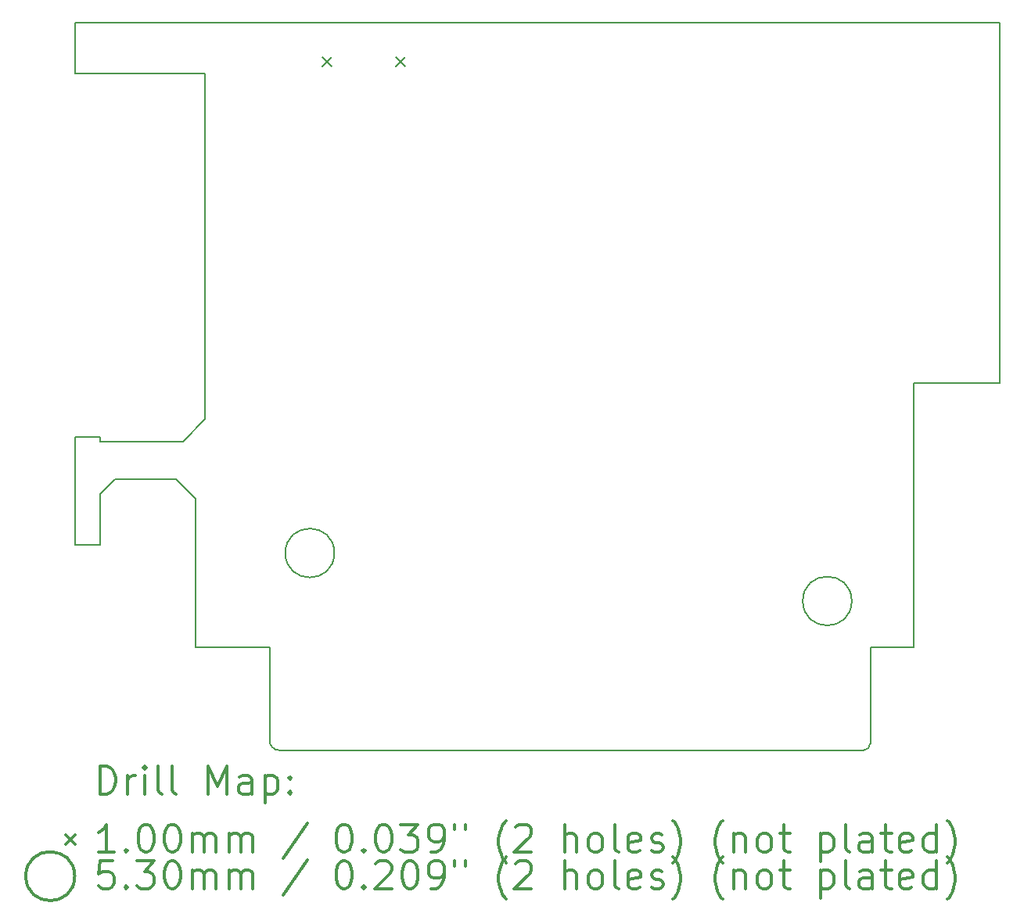
<source format=gbr>
%FSLAX45Y45*%
G04 Gerber Fmt 4.5, Leading zero omitted, Abs format (unit mm)*
G04 Created by KiCad (PCBNEW 4.0.4-stable) date 01/09/17 01:48:18*
%MOMM*%
%LPD*%
G01*
G04 APERTURE LIST*
%ADD10C,0.127000*%
%ADD11C,0.150000*%
%ADD12C,0.200000*%
%ADD13C,0.300000*%
G04 APERTURE END LIST*
D10*
D11*
X17907000Y-11379200D02*
G75*
G03X17983200Y-11303000I0J76200D01*
G01*
X11480800Y-11269980D02*
G75*
G03X11584940Y-11379200I106680J-2540D01*
G01*
X10782300Y-7795260D02*
X10543540Y-8036560D01*
X10678160Y-8656320D02*
X10678160Y-8658860D01*
X10464800Y-8442960D02*
X10678100Y-8656320D01*
X9644380Y-8608060D02*
X9806940Y-8442960D01*
X10678100Y-8656320D02*
X10678100Y-10261600D01*
X9806940Y-8442960D02*
X10464800Y-8442960D01*
X9644380Y-9156700D02*
X9644380Y-8608060D01*
X18450560Y-7399020D02*
X19380200Y-7399020D01*
X18450560Y-10261600D02*
X18450560Y-7399020D01*
X9380500Y-4051300D02*
X9380500Y-3500000D01*
X10782300Y-4051300D02*
X9380500Y-4051300D01*
X9380500Y-9156700D02*
X9644380Y-9156700D01*
X9380500Y-7988300D02*
X9380500Y-9156700D01*
X9644380Y-8036560D02*
X10543540Y-8036560D01*
X9644380Y-7988300D02*
X9644380Y-8036560D01*
X9380500Y-7988300D02*
X9644380Y-7988300D01*
X10782300Y-4051300D02*
X10782300Y-7795260D01*
X19380200Y-3500000D02*
X9380500Y-3500000D01*
X19380200Y-7399020D02*
X19380200Y-3500000D01*
X17983200Y-10261600D02*
X18450560Y-10261600D01*
X17983200Y-11303000D02*
X17983200Y-10261600D01*
X11607800Y-11379200D02*
X17907000Y-11379200D01*
X11584940Y-11379200D02*
X11607800Y-11379200D01*
X11480800Y-10261600D02*
X11480800Y-11269900D01*
X10678100Y-10261600D02*
X11480800Y-10261600D01*
D12*
X12052900Y-3874300D02*
X12152900Y-3974300D01*
X12152900Y-3874300D02*
X12052900Y-3974300D01*
X12850900Y-3874300D02*
X12950900Y-3974300D01*
X12950900Y-3874300D02*
X12850900Y-3974300D01*
X12182426Y-9242552D02*
G75*
G03X12182426Y-9242552I-265000J0D01*
G01*
X17782364Y-9762744D02*
G75*
G03X17782364Y-9762744I-265000J0D01*
G01*
D13*
X9644429Y-11852414D02*
X9644429Y-11552414D01*
X9715857Y-11552414D01*
X9758714Y-11566700D01*
X9787286Y-11595271D01*
X9801571Y-11623843D01*
X9815857Y-11680986D01*
X9815857Y-11723843D01*
X9801571Y-11780986D01*
X9787286Y-11809557D01*
X9758714Y-11838129D01*
X9715857Y-11852414D01*
X9644429Y-11852414D01*
X9944429Y-11852414D02*
X9944429Y-11652414D01*
X9944429Y-11709557D02*
X9958714Y-11680986D01*
X9973000Y-11666700D01*
X10001571Y-11652414D01*
X10030143Y-11652414D01*
X10130143Y-11852414D02*
X10130143Y-11652414D01*
X10130143Y-11552414D02*
X10115857Y-11566700D01*
X10130143Y-11580986D01*
X10144429Y-11566700D01*
X10130143Y-11552414D01*
X10130143Y-11580986D01*
X10315857Y-11852414D02*
X10287286Y-11838129D01*
X10273000Y-11809557D01*
X10273000Y-11552414D01*
X10473000Y-11852414D02*
X10444429Y-11838129D01*
X10430143Y-11809557D01*
X10430143Y-11552414D01*
X10815857Y-11852414D02*
X10815857Y-11552414D01*
X10915857Y-11766700D01*
X11015857Y-11552414D01*
X11015857Y-11852414D01*
X11287286Y-11852414D02*
X11287286Y-11695271D01*
X11273000Y-11666700D01*
X11244428Y-11652414D01*
X11187286Y-11652414D01*
X11158714Y-11666700D01*
X11287286Y-11838129D02*
X11258714Y-11852414D01*
X11187286Y-11852414D01*
X11158714Y-11838129D01*
X11144429Y-11809557D01*
X11144429Y-11780986D01*
X11158714Y-11752414D01*
X11187286Y-11738129D01*
X11258714Y-11738129D01*
X11287286Y-11723843D01*
X11430143Y-11652414D02*
X11430143Y-11952414D01*
X11430143Y-11666700D02*
X11458714Y-11652414D01*
X11515857Y-11652414D01*
X11544428Y-11666700D01*
X11558714Y-11680986D01*
X11573000Y-11709557D01*
X11573000Y-11795271D01*
X11558714Y-11823843D01*
X11544428Y-11838129D01*
X11515857Y-11852414D01*
X11458714Y-11852414D01*
X11430143Y-11838129D01*
X11701571Y-11823843D02*
X11715857Y-11838129D01*
X11701571Y-11852414D01*
X11687286Y-11838129D01*
X11701571Y-11823843D01*
X11701571Y-11852414D01*
X11701571Y-11666700D02*
X11715857Y-11680986D01*
X11701571Y-11695271D01*
X11687286Y-11680986D01*
X11701571Y-11666700D01*
X11701571Y-11695271D01*
X9273000Y-12296700D02*
X9373000Y-12396700D01*
X9373000Y-12296700D02*
X9273000Y-12396700D01*
X9801571Y-12482414D02*
X9630143Y-12482414D01*
X9715857Y-12482414D02*
X9715857Y-12182414D01*
X9687286Y-12225271D01*
X9658714Y-12253843D01*
X9630143Y-12268129D01*
X9930143Y-12453843D02*
X9944429Y-12468129D01*
X9930143Y-12482414D01*
X9915857Y-12468129D01*
X9930143Y-12453843D01*
X9930143Y-12482414D01*
X10130143Y-12182414D02*
X10158714Y-12182414D01*
X10187286Y-12196700D01*
X10201571Y-12210986D01*
X10215857Y-12239557D01*
X10230143Y-12296700D01*
X10230143Y-12368129D01*
X10215857Y-12425271D01*
X10201571Y-12453843D01*
X10187286Y-12468129D01*
X10158714Y-12482414D01*
X10130143Y-12482414D01*
X10101571Y-12468129D01*
X10087286Y-12453843D01*
X10073000Y-12425271D01*
X10058714Y-12368129D01*
X10058714Y-12296700D01*
X10073000Y-12239557D01*
X10087286Y-12210986D01*
X10101571Y-12196700D01*
X10130143Y-12182414D01*
X10415857Y-12182414D02*
X10444429Y-12182414D01*
X10473000Y-12196700D01*
X10487286Y-12210986D01*
X10501571Y-12239557D01*
X10515857Y-12296700D01*
X10515857Y-12368129D01*
X10501571Y-12425271D01*
X10487286Y-12453843D01*
X10473000Y-12468129D01*
X10444429Y-12482414D01*
X10415857Y-12482414D01*
X10387286Y-12468129D01*
X10373000Y-12453843D01*
X10358714Y-12425271D01*
X10344429Y-12368129D01*
X10344429Y-12296700D01*
X10358714Y-12239557D01*
X10373000Y-12210986D01*
X10387286Y-12196700D01*
X10415857Y-12182414D01*
X10644429Y-12482414D02*
X10644429Y-12282414D01*
X10644429Y-12310986D02*
X10658714Y-12296700D01*
X10687286Y-12282414D01*
X10730143Y-12282414D01*
X10758714Y-12296700D01*
X10773000Y-12325271D01*
X10773000Y-12482414D01*
X10773000Y-12325271D02*
X10787286Y-12296700D01*
X10815857Y-12282414D01*
X10858714Y-12282414D01*
X10887286Y-12296700D01*
X10901571Y-12325271D01*
X10901571Y-12482414D01*
X11044429Y-12482414D02*
X11044429Y-12282414D01*
X11044429Y-12310986D02*
X11058714Y-12296700D01*
X11087286Y-12282414D01*
X11130143Y-12282414D01*
X11158714Y-12296700D01*
X11173000Y-12325271D01*
X11173000Y-12482414D01*
X11173000Y-12325271D02*
X11187286Y-12296700D01*
X11215857Y-12282414D01*
X11258714Y-12282414D01*
X11287286Y-12296700D01*
X11301571Y-12325271D01*
X11301571Y-12482414D01*
X11887286Y-12168129D02*
X11630143Y-12553843D01*
X12273000Y-12182414D02*
X12301571Y-12182414D01*
X12330143Y-12196700D01*
X12344428Y-12210986D01*
X12358714Y-12239557D01*
X12373000Y-12296700D01*
X12373000Y-12368129D01*
X12358714Y-12425271D01*
X12344428Y-12453843D01*
X12330143Y-12468129D01*
X12301571Y-12482414D01*
X12273000Y-12482414D01*
X12244428Y-12468129D01*
X12230143Y-12453843D01*
X12215857Y-12425271D01*
X12201571Y-12368129D01*
X12201571Y-12296700D01*
X12215857Y-12239557D01*
X12230143Y-12210986D01*
X12244428Y-12196700D01*
X12273000Y-12182414D01*
X12501571Y-12453843D02*
X12515857Y-12468129D01*
X12501571Y-12482414D01*
X12487286Y-12468129D01*
X12501571Y-12453843D01*
X12501571Y-12482414D01*
X12701571Y-12182414D02*
X12730143Y-12182414D01*
X12758714Y-12196700D01*
X12773000Y-12210986D01*
X12787285Y-12239557D01*
X12801571Y-12296700D01*
X12801571Y-12368129D01*
X12787285Y-12425271D01*
X12773000Y-12453843D01*
X12758714Y-12468129D01*
X12730143Y-12482414D01*
X12701571Y-12482414D01*
X12673000Y-12468129D01*
X12658714Y-12453843D01*
X12644428Y-12425271D01*
X12630143Y-12368129D01*
X12630143Y-12296700D01*
X12644428Y-12239557D01*
X12658714Y-12210986D01*
X12673000Y-12196700D01*
X12701571Y-12182414D01*
X12901571Y-12182414D02*
X13087285Y-12182414D01*
X12987285Y-12296700D01*
X13030143Y-12296700D01*
X13058714Y-12310986D01*
X13073000Y-12325271D01*
X13087285Y-12353843D01*
X13087285Y-12425271D01*
X13073000Y-12453843D01*
X13058714Y-12468129D01*
X13030143Y-12482414D01*
X12944428Y-12482414D01*
X12915857Y-12468129D01*
X12901571Y-12453843D01*
X13230143Y-12482414D02*
X13287285Y-12482414D01*
X13315857Y-12468129D01*
X13330143Y-12453843D01*
X13358714Y-12410986D01*
X13373000Y-12353843D01*
X13373000Y-12239557D01*
X13358714Y-12210986D01*
X13344428Y-12196700D01*
X13315857Y-12182414D01*
X13258714Y-12182414D01*
X13230143Y-12196700D01*
X13215857Y-12210986D01*
X13201571Y-12239557D01*
X13201571Y-12310986D01*
X13215857Y-12339557D01*
X13230143Y-12353843D01*
X13258714Y-12368129D01*
X13315857Y-12368129D01*
X13344428Y-12353843D01*
X13358714Y-12339557D01*
X13373000Y-12310986D01*
X13487286Y-12182414D02*
X13487286Y-12239557D01*
X13601571Y-12182414D02*
X13601571Y-12239557D01*
X14044428Y-12596700D02*
X14030143Y-12582414D01*
X14001571Y-12539557D01*
X13987285Y-12510986D01*
X13973000Y-12468129D01*
X13958714Y-12396700D01*
X13958714Y-12339557D01*
X13973000Y-12268129D01*
X13987285Y-12225271D01*
X14001571Y-12196700D01*
X14030143Y-12153843D01*
X14044428Y-12139557D01*
X14144428Y-12210986D02*
X14158714Y-12196700D01*
X14187285Y-12182414D01*
X14258714Y-12182414D01*
X14287285Y-12196700D01*
X14301571Y-12210986D01*
X14315857Y-12239557D01*
X14315857Y-12268129D01*
X14301571Y-12310986D01*
X14130143Y-12482414D01*
X14315857Y-12482414D01*
X14673000Y-12482414D02*
X14673000Y-12182414D01*
X14801571Y-12482414D02*
X14801571Y-12325271D01*
X14787285Y-12296700D01*
X14758714Y-12282414D01*
X14715857Y-12282414D01*
X14687285Y-12296700D01*
X14673000Y-12310986D01*
X14987285Y-12482414D02*
X14958714Y-12468129D01*
X14944428Y-12453843D01*
X14930143Y-12425271D01*
X14930143Y-12339557D01*
X14944428Y-12310986D01*
X14958714Y-12296700D01*
X14987285Y-12282414D01*
X15030143Y-12282414D01*
X15058714Y-12296700D01*
X15073000Y-12310986D01*
X15087285Y-12339557D01*
X15087285Y-12425271D01*
X15073000Y-12453843D01*
X15058714Y-12468129D01*
X15030143Y-12482414D01*
X14987285Y-12482414D01*
X15258714Y-12482414D02*
X15230143Y-12468129D01*
X15215857Y-12439557D01*
X15215857Y-12182414D01*
X15487286Y-12468129D02*
X15458714Y-12482414D01*
X15401571Y-12482414D01*
X15373000Y-12468129D01*
X15358714Y-12439557D01*
X15358714Y-12325271D01*
X15373000Y-12296700D01*
X15401571Y-12282414D01*
X15458714Y-12282414D01*
X15487286Y-12296700D01*
X15501571Y-12325271D01*
X15501571Y-12353843D01*
X15358714Y-12382414D01*
X15615857Y-12468129D02*
X15644428Y-12482414D01*
X15701571Y-12482414D01*
X15730143Y-12468129D01*
X15744428Y-12439557D01*
X15744428Y-12425271D01*
X15730143Y-12396700D01*
X15701571Y-12382414D01*
X15658714Y-12382414D01*
X15630143Y-12368129D01*
X15615857Y-12339557D01*
X15615857Y-12325271D01*
X15630143Y-12296700D01*
X15658714Y-12282414D01*
X15701571Y-12282414D01*
X15730143Y-12296700D01*
X15844428Y-12596700D02*
X15858714Y-12582414D01*
X15887286Y-12539557D01*
X15901571Y-12510986D01*
X15915857Y-12468129D01*
X15930143Y-12396700D01*
X15930143Y-12339557D01*
X15915857Y-12268129D01*
X15901571Y-12225271D01*
X15887286Y-12196700D01*
X15858714Y-12153843D01*
X15844428Y-12139557D01*
X16387286Y-12596700D02*
X16373000Y-12582414D01*
X16344428Y-12539557D01*
X16330143Y-12510986D01*
X16315857Y-12468129D01*
X16301571Y-12396700D01*
X16301571Y-12339557D01*
X16315857Y-12268129D01*
X16330143Y-12225271D01*
X16344428Y-12196700D01*
X16373000Y-12153843D01*
X16387286Y-12139557D01*
X16501571Y-12282414D02*
X16501571Y-12482414D01*
X16501571Y-12310986D02*
X16515857Y-12296700D01*
X16544428Y-12282414D01*
X16587286Y-12282414D01*
X16615857Y-12296700D01*
X16630143Y-12325271D01*
X16630143Y-12482414D01*
X16815857Y-12482414D02*
X16787286Y-12468129D01*
X16773000Y-12453843D01*
X16758714Y-12425271D01*
X16758714Y-12339557D01*
X16773000Y-12310986D01*
X16787286Y-12296700D01*
X16815857Y-12282414D01*
X16858714Y-12282414D01*
X16887286Y-12296700D01*
X16901571Y-12310986D01*
X16915857Y-12339557D01*
X16915857Y-12425271D01*
X16901571Y-12453843D01*
X16887286Y-12468129D01*
X16858714Y-12482414D01*
X16815857Y-12482414D01*
X17001571Y-12282414D02*
X17115857Y-12282414D01*
X17044429Y-12182414D02*
X17044429Y-12439557D01*
X17058714Y-12468129D01*
X17087286Y-12482414D01*
X17115857Y-12482414D01*
X17444429Y-12282414D02*
X17444429Y-12582414D01*
X17444429Y-12296700D02*
X17473000Y-12282414D01*
X17530143Y-12282414D01*
X17558714Y-12296700D01*
X17573000Y-12310986D01*
X17587286Y-12339557D01*
X17587286Y-12425271D01*
X17573000Y-12453843D01*
X17558714Y-12468129D01*
X17530143Y-12482414D01*
X17473000Y-12482414D01*
X17444429Y-12468129D01*
X17758714Y-12482414D02*
X17730143Y-12468129D01*
X17715857Y-12439557D01*
X17715857Y-12182414D01*
X18001571Y-12482414D02*
X18001571Y-12325271D01*
X17987286Y-12296700D01*
X17958714Y-12282414D01*
X17901571Y-12282414D01*
X17873000Y-12296700D01*
X18001571Y-12468129D02*
X17973000Y-12482414D01*
X17901571Y-12482414D01*
X17873000Y-12468129D01*
X17858714Y-12439557D01*
X17858714Y-12410986D01*
X17873000Y-12382414D01*
X17901571Y-12368129D01*
X17973000Y-12368129D01*
X18001571Y-12353843D01*
X18101571Y-12282414D02*
X18215857Y-12282414D01*
X18144429Y-12182414D02*
X18144429Y-12439557D01*
X18158714Y-12468129D01*
X18187286Y-12482414D01*
X18215857Y-12482414D01*
X18430143Y-12468129D02*
X18401572Y-12482414D01*
X18344429Y-12482414D01*
X18315857Y-12468129D01*
X18301572Y-12439557D01*
X18301572Y-12325271D01*
X18315857Y-12296700D01*
X18344429Y-12282414D01*
X18401572Y-12282414D01*
X18430143Y-12296700D01*
X18444429Y-12325271D01*
X18444429Y-12353843D01*
X18301572Y-12382414D01*
X18701572Y-12482414D02*
X18701572Y-12182414D01*
X18701572Y-12468129D02*
X18673000Y-12482414D01*
X18615857Y-12482414D01*
X18587286Y-12468129D01*
X18573000Y-12453843D01*
X18558714Y-12425271D01*
X18558714Y-12339557D01*
X18573000Y-12310986D01*
X18587286Y-12296700D01*
X18615857Y-12282414D01*
X18673000Y-12282414D01*
X18701572Y-12296700D01*
X18815857Y-12596700D02*
X18830143Y-12582414D01*
X18858714Y-12539557D01*
X18873000Y-12510986D01*
X18887286Y-12468129D01*
X18901572Y-12396700D01*
X18901572Y-12339557D01*
X18887286Y-12268129D01*
X18873000Y-12225271D01*
X18858714Y-12196700D01*
X18830143Y-12153843D01*
X18815857Y-12139557D01*
X9373000Y-12742700D02*
G75*
G03X9373000Y-12742700I-265000J0D01*
G01*
X9787286Y-12578414D02*
X9644429Y-12578414D01*
X9630143Y-12721271D01*
X9644429Y-12706986D01*
X9673000Y-12692700D01*
X9744429Y-12692700D01*
X9773000Y-12706986D01*
X9787286Y-12721271D01*
X9801571Y-12749843D01*
X9801571Y-12821271D01*
X9787286Y-12849843D01*
X9773000Y-12864129D01*
X9744429Y-12878414D01*
X9673000Y-12878414D01*
X9644429Y-12864129D01*
X9630143Y-12849843D01*
X9930143Y-12849843D02*
X9944429Y-12864129D01*
X9930143Y-12878414D01*
X9915857Y-12864129D01*
X9930143Y-12849843D01*
X9930143Y-12878414D01*
X10044428Y-12578414D02*
X10230143Y-12578414D01*
X10130143Y-12692700D01*
X10173000Y-12692700D01*
X10201571Y-12706986D01*
X10215857Y-12721271D01*
X10230143Y-12749843D01*
X10230143Y-12821271D01*
X10215857Y-12849843D01*
X10201571Y-12864129D01*
X10173000Y-12878414D01*
X10087286Y-12878414D01*
X10058714Y-12864129D01*
X10044428Y-12849843D01*
X10415857Y-12578414D02*
X10444429Y-12578414D01*
X10473000Y-12592700D01*
X10487286Y-12606986D01*
X10501571Y-12635557D01*
X10515857Y-12692700D01*
X10515857Y-12764129D01*
X10501571Y-12821271D01*
X10487286Y-12849843D01*
X10473000Y-12864129D01*
X10444429Y-12878414D01*
X10415857Y-12878414D01*
X10387286Y-12864129D01*
X10373000Y-12849843D01*
X10358714Y-12821271D01*
X10344429Y-12764129D01*
X10344429Y-12692700D01*
X10358714Y-12635557D01*
X10373000Y-12606986D01*
X10387286Y-12592700D01*
X10415857Y-12578414D01*
X10644429Y-12878414D02*
X10644429Y-12678414D01*
X10644429Y-12706986D02*
X10658714Y-12692700D01*
X10687286Y-12678414D01*
X10730143Y-12678414D01*
X10758714Y-12692700D01*
X10773000Y-12721271D01*
X10773000Y-12878414D01*
X10773000Y-12721271D02*
X10787286Y-12692700D01*
X10815857Y-12678414D01*
X10858714Y-12678414D01*
X10887286Y-12692700D01*
X10901571Y-12721271D01*
X10901571Y-12878414D01*
X11044429Y-12878414D02*
X11044429Y-12678414D01*
X11044429Y-12706986D02*
X11058714Y-12692700D01*
X11087286Y-12678414D01*
X11130143Y-12678414D01*
X11158714Y-12692700D01*
X11173000Y-12721271D01*
X11173000Y-12878414D01*
X11173000Y-12721271D02*
X11187286Y-12692700D01*
X11215857Y-12678414D01*
X11258714Y-12678414D01*
X11287286Y-12692700D01*
X11301571Y-12721271D01*
X11301571Y-12878414D01*
X11887286Y-12564129D02*
X11630143Y-12949843D01*
X12273000Y-12578414D02*
X12301571Y-12578414D01*
X12330143Y-12592700D01*
X12344428Y-12606986D01*
X12358714Y-12635557D01*
X12373000Y-12692700D01*
X12373000Y-12764129D01*
X12358714Y-12821271D01*
X12344428Y-12849843D01*
X12330143Y-12864129D01*
X12301571Y-12878414D01*
X12273000Y-12878414D01*
X12244428Y-12864129D01*
X12230143Y-12849843D01*
X12215857Y-12821271D01*
X12201571Y-12764129D01*
X12201571Y-12692700D01*
X12215857Y-12635557D01*
X12230143Y-12606986D01*
X12244428Y-12592700D01*
X12273000Y-12578414D01*
X12501571Y-12849843D02*
X12515857Y-12864129D01*
X12501571Y-12878414D01*
X12487286Y-12864129D01*
X12501571Y-12849843D01*
X12501571Y-12878414D01*
X12630143Y-12606986D02*
X12644428Y-12592700D01*
X12673000Y-12578414D01*
X12744428Y-12578414D01*
X12773000Y-12592700D01*
X12787285Y-12606986D01*
X12801571Y-12635557D01*
X12801571Y-12664129D01*
X12787285Y-12706986D01*
X12615857Y-12878414D01*
X12801571Y-12878414D01*
X12987285Y-12578414D02*
X13015857Y-12578414D01*
X13044428Y-12592700D01*
X13058714Y-12606986D01*
X13073000Y-12635557D01*
X13087285Y-12692700D01*
X13087285Y-12764129D01*
X13073000Y-12821271D01*
X13058714Y-12849843D01*
X13044428Y-12864129D01*
X13015857Y-12878414D01*
X12987285Y-12878414D01*
X12958714Y-12864129D01*
X12944428Y-12849843D01*
X12930143Y-12821271D01*
X12915857Y-12764129D01*
X12915857Y-12692700D01*
X12930143Y-12635557D01*
X12944428Y-12606986D01*
X12958714Y-12592700D01*
X12987285Y-12578414D01*
X13230143Y-12878414D02*
X13287285Y-12878414D01*
X13315857Y-12864129D01*
X13330143Y-12849843D01*
X13358714Y-12806986D01*
X13373000Y-12749843D01*
X13373000Y-12635557D01*
X13358714Y-12606986D01*
X13344428Y-12592700D01*
X13315857Y-12578414D01*
X13258714Y-12578414D01*
X13230143Y-12592700D01*
X13215857Y-12606986D01*
X13201571Y-12635557D01*
X13201571Y-12706986D01*
X13215857Y-12735557D01*
X13230143Y-12749843D01*
X13258714Y-12764129D01*
X13315857Y-12764129D01*
X13344428Y-12749843D01*
X13358714Y-12735557D01*
X13373000Y-12706986D01*
X13487286Y-12578414D02*
X13487286Y-12635557D01*
X13601571Y-12578414D02*
X13601571Y-12635557D01*
X14044428Y-12992700D02*
X14030143Y-12978414D01*
X14001571Y-12935557D01*
X13987285Y-12906986D01*
X13973000Y-12864129D01*
X13958714Y-12792700D01*
X13958714Y-12735557D01*
X13973000Y-12664129D01*
X13987285Y-12621271D01*
X14001571Y-12592700D01*
X14030143Y-12549843D01*
X14044428Y-12535557D01*
X14144428Y-12606986D02*
X14158714Y-12592700D01*
X14187285Y-12578414D01*
X14258714Y-12578414D01*
X14287285Y-12592700D01*
X14301571Y-12606986D01*
X14315857Y-12635557D01*
X14315857Y-12664129D01*
X14301571Y-12706986D01*
X14130143Y-12878414D01*
X14315857Y-12878414D01*
X14673000Y-12878414D02*
X14673000Y-12578414D01*
X14801571Y-12878414D02*
X14801571Y-12721271D01*
X14787285Y-12692700D01*
X14758714Y-12678414D01*
X14715857Y-12678414D01*
X14687285Y-12692700D01*
X14673000Y-12706986D01*
X14987285Y-12878414D02*
X14958714Y-12864129D01*
X14944428Y-12849843D01*
X14930143Y-12821271D01*
X14930143Y-12735557D01*
X14944428Y-12706986D01*
X14958714Y-12692700D01*
X14987285Y-12678414D01*
X15030143Y-12678414D01*
X15058714Y-12692700D01*
X15073000Y-12706986D01*
X15087285Y-12735557D01*
X15087285Y-12821271D01*
X15073000Y-12849843D01*
X15058714Y-12864129D01*
X15030143Y-12878414D01*
X14987285Y-12878414D01*
X15258714Y-12878414D02*
X15230143Y-12864129D01*
X15215857Y-12835557D01*
X15215857Y-12578414D01*
X15487286Y-12864129D02*
X15458714Y-12878414D01*
X15401571Y-12878414D01*
X15373000Y-12864129D01*
X15358714Y-12835557D01*
X15358714Y-12721271D01*
X15373000Y-12692700D01*
X15401571Y-12678414D01*
X15458714Y-12678414D01*
X15487286Y-12692700D01*
X15501571Y-12721271D01*
X15501571Y-12749843D01*
X15358714Y-12778414D01*
X15615857Y-12864129D02*
X15644428Y-12878414D01*
X15701571Y-12878414D01*
X15730143Y-12864129D01*
X15744428Y-12835557D01*
X15744428Y-12821271D01*
X15730143Y-12792700D01*
X15701571Y-12778414D01*
X15658714Y-12778414D01*
X15630143Y-12764129D01*
X15615857Y-12735557D01*
X15615857Y-12721271D01*
X15630143Y-12692700D01*
X15658714Y-12678414D01*
X15701571Y-12678414D01*
X15730143Y-12692700D01*
X15844428Y-12992700D02*
X15858714Y-12978414D01*
X15887286Y-12935557D01*
X15901571Y-12906986D01*
X15915857Y-12864129D01*
X15930143Y-12792700D01*
X15930143Y-12735557D01*
X15915857Y-12664129D01*
X15901571Y-12621271D01*
X15887286Y-12592700D01*
X15858714Y-12549843D01*
X15844428Y-12535557D01*
X16387286Y-12992700D02*
X16373000Y-12978414D01*
X16344428Y-12935557D01*
X16330143Y-12906986D01*
X16315857Y-12864129D01*
X16301571Y-12792700D01*
X16301571Y-12735557D01*
X16315857Y-12664129D01*
X16330143Y-12621271D01*
X16344428Y-12592700D01*
X16373000Y-12549843D01*
X16387286Y-12535557D01*
X16501571Y-12678414D02*
X16501571Y-12878414D01*
X16501571Y-12706986D02*
X16515857Y-12692700D01*
X16544428Y-12678414D01*
X16587286Y-12678414D01*
X16615857Y-12692700D01*
X16630143Y-12721271D01*
X16630143Y-12878414D01*
X16815857Y-12878414D02*
X16787286Y-12864129D01*
X16773000Y-12849843D01*
X16758714Y-12821271D01*
X16758714Y-12735557D01*
X16773000Y-12706986D01*
X16787286Y-12692700D01*
X16815857Y-12678414D01*
X16858714Y-12678414D01*
X16887286Y-12692700D01*
X16901571Y-12706986D01*
X16915857Y-12735557D01*
X16915857Y-12821271D01*
X16901571Y-12849843D01*
X16887286Y-12864129D01*
X16858714Y-12878414D01*
X16815857Y-12878414D01*
X17001571Y-12678414D02*
X17115857Y-12678414D01*
X17044429Y-12578414D02*
X17044429Y-12835557D01*
X17058714Y-12864129D01*
X17087286Y-12878414D01*
X17115857Y-12878414D01*
X17444429Y-12678414D02*
X17444429Y-12978414D01*
X17444429Y-12692700D02*
X17473000Y-12678414D01*
X17530143Y-12678414D01*
X17558714Y-12692700D01*
X17573000Y-12706986D01*
X17587286Y-12735557D01*
X17587286Y-12821271D01*
X17573000Y-12849843D01*
X17558714Y-12864129D01*
X17530143Y-12878414D01*
X17473000Y-12878414D01*
X17444429Y-12864129D01*
X17758714Y-12878414D02*
X17730143Y-12864129D01*
X17715857Y-12835557D01*
X17715857Y-12578414D01*
X18001571Y-12878414D02*
X18001571Y-12721271D01*
X17987286Y-12692700D01*
X17958714Y-12678414D01*
X17901571Y-12678414D01*
X17873000Y-12692700D01*
X18001571Y-12864129D02*
X17973000Y-12878414D01*
X17901571Y-12878414D01*
X17873000Y-12864129D01*
X17858714Y-12835557D01*
X17858714Y-12806986D01*
X17873000Y-12778414D01*
X17901571Y-12764129D01*
X17973000Y-12764129D01*
X18001571Y-12749843D01*
X18101571Y-12678414D02*
X18215857Y-12678414D01*
X18144429Y-12578414D02*
X18144429Y-12835557D01*
X18158714Y-12864129D01*
X18187286Y-12878414D01*
X18215857Y-12878414D01*
X18430143Y-12864129D02*
X18401572Y-12878414D01*
X18344429Y-12878414D01*
X18315857Y-12864129D01*
X18301572Y-12835557D01*
X18301572Y-12721271D01*
X18315857Y-12692700D01*
X18344429Y-12678414D01*
X18401572Y-12678414D01*
X18430143Y-12692700D01*
X18444429Y-12721271D01*
X18444429Y-12749843D01*
X18301572Y-12778414D01*
X18701572Y-12878414D02*
X18701572Y-12578414D01*
X18701572Y-12864129D02*
X18673000Y-12878414D01*
X18615857Y-12878414D01*
X18587286Y-12864129D01*
X18573000Y-12849843D01*
X18558714Y-12821271D01*
X18558714Y-12735557D01*
X18573000Y-12706986D01*
X18587286Y-12692700D01*
X18615857Y-12678414D01*
X18673000Y-12678414D01*
X18701572Y-12692700D01*
X18815857Y-12992700D02*
X18830143Y-12978414D01*
X18858714Y-12935557D01*
X18873000Y-12906986D01*
X18887286Y-12864129D01*
X18901572Y-12792700D01*
X18901572Y-12735557D01*
X18887286Y-12664129D01*
X18873000Y-12621271D01*
X18858714Y-12592700D01*
X18830143Y-12549843D01*
X18815857Y-12535557D01*
M02*

</source>
